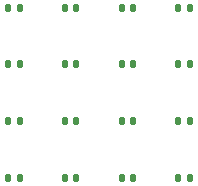
<source format=gbr>
%TF.GenerationSoftware,KiCad,Pcbnew,8.0.8*%
%TF.CreationDate,2025-09-03T22:29:27+08:00*%
%TF.ProjectId,FrekLedMini,4672656b-4c65-4644-9d69-6e692e6b6963,rev?*%
%TF.SameCoordinates,Original*%
%TF.FileFunction,Paste,Bot*%
%TF.FilePolarity,Positive*%
%FSLAX46Y46*%
G04 Gerber Fmt 4.6, Leading zero omitted, Abs format (unit mm)*
G04 Created by KiCad (PCBNEW 8.0.8) date 2025-09-03 22:29:27*
%MOMM*%
%LPD*%
G01*
G04 APERTURE LIST*
G04 Aperture macros list*
%AMRoundRect*
0 Rectangle with rounded corners*
0 $1 Rounding radius*
0 $2 $3 $4 $5 $6 $7 $8 $9 X,Y pos of 4 corners*
0 Add a 4 corners polygon primitive as box body*
4,1,4,$2,$3,$4,$5,$6,$7,$8,$9,$2,$3,0*
0 Add four circle primitives for the rounded corners*
1,1,$1+$1,$2,$3*
1,1,$1+$1,$4,$5*
1,1,$1+$1,$6,$7*
1,1,$1+$1,$8,$9*
0 Add four rect primitives between the rounded corners*
20,1,$1+$1,$2,$3,$4,$5,0*
20,1,$1+$1,$4,$5,$6,$7,0*
20,1,$1+$1,$6,$7,$8,$9,0*
20,1,$1+$1,$8,$9,$2,$3,0*%
G04 Aperture macros list end*
%ADD10RoundRect,0.147500X-0.147500X-0.172500X0.147500X-0.172500X0.147500X0.172500X-0.147500X0.172500X0*%
G04 APERTURE END LIST*
D10*
%TO.C,D6*%
X108115000Y-113400000D03*
X109085000Y-113400000D03*
%TD*%
%TO.C,D5*%
X103315000Y-113400000D03*
X104285000Y-113400000D03*
%TD*%
%TO.C,D14*%
X108115000Y-103800000D03*
X109085000Y-103800000D03*
%TD*%
%TO.C,D4*%
X117715000Y-118200000D03*
X118685000Y-118200000D03*
%TD*%
%TO.C,D1*%
X103315000Y-118200000D03*
X104285000Y-118200000D03*
%TD*%
%TO.C,D11*%
X112915000Y-108600000D03*
X113885000Y-108600000D03*
%TD*%
%TO.C,D15*%
X112915000Y-103800000D03*
X113885000Y-103800000D03*
%TD*%
%TO.C,D7*%
X112915000Y-113400000D03*
X113885000Y-113400000D03*
%TD*%
%TO.C,D3*%
X112915000Y-118200000D03*
X113885000Y-118200000D03*
%TD*%
%TO.C,D9*%
X103315000Y-108600000D03*
X104285000Y-108600000D03*
%TD*%
%TO.C,D8*%
X117715000Y-113400000D03*
X118685000Y-113400000D03*
%TD*%
%TO.C,D13*%
X103315000Y-103800000D03*
X104285000Y-103800000D03*
%TD*%
%TO.C,D16*%
X117715000Y-103800000D03*
X118685000Y-103800000D03*
%TD*%
%TO.C,D12*%
X117715000Y-108600000D03*
X118685000Y-108600000D03*
%TD*%
%TO.C,D2*%
X108115000Y-118200000D03*
X109085000Y-118200000D03*
%TD*%
%TO.C,D10*%
X108115000Y-108600000D03*
X109085000Y-108600000D03*
%TD*%
M02*

</source>
